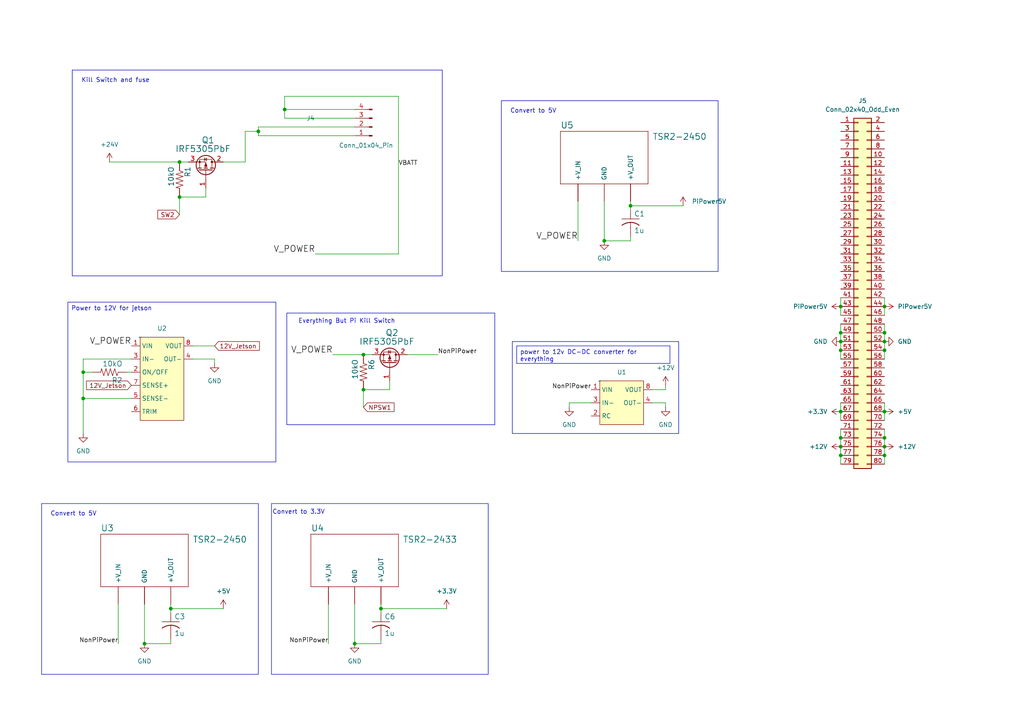
<source format=kicad_sch>
(kicad_sch (version 20250114) (generator "eeschema") (generator_version "9.0")
  (paper "A4")
  (lib_symbols
    (symbol "Connector:Conn_01x04_Pin" (pin_names (offset 1.016) (hide yes))
      (property "Reference" "J" (at 0 5.08 0))
      (property "Value" "Conn_01x04_Pin" (at 0 -7.62 0))
      (symbol "Conn_01x04_Pin_1_1"
        (rectangle (start 0.8636 2.667) (end 0 2.413) (stroke (width 0.1524)) (fill (type outline)))
        (rectangle (start 0.8636 0.127) (end 0 -0.127) (stroke (width 0.1524)) (fill (type outline)))
        (rectangle (start 0.8636 -2.413) (end 0 -2.667) (stroke (width 0.1524)) (fill (type outline)))
        (rectangle (start 0.8636 -4.953) (end 0 -5.207) (stroke (width 0.1524)) (fill (type outline)))
        (polyline (pts (xy 1.27 2.54) (xy 0.8636 2.54)) (stroke (width 0.1524)))
        (polyline (pts (xy 1.27 0) (xy 0.8636 0)) (stroke (width 0.1524)))
        (polyline (pts (xy 1.27 -2.54) (xy 0.8636 -2.54)) (stroke (width 0.1524)))
        (polyline (pts (xy 1.27 -5.08) (xy 0.8636 -5.08)) (stroke (width 0.1524)))
        (pin passive line (at 5.08 2.54 180) (length 3.81) (name "Pin_1") (number "1"))
        (pin passive line (at 5.08 0 180) (length 3.81) (name "Pin_2") (number "2"))
        (pin passive line (at 5.08 -2.54 180) (length 3.81) (name "Pin_3") (number "3"))
        (pin passive line (at 5.08 -5.08 180) (length 3.81) (name "Pin_4") (number "4"))
      )
    )
    (symbol "Connector_Generic:Conn_02x40_Odd_Even" (pin_names (offset 1.016) (hide yes))
      (property "Reference" "J" (at 1.27 50.8 0))
      (property "Value" "Conn_02x40_Odd_Even" (at 1.27 -53.34 0))
      (symbol "Conn_02x40_Odd_Even_1_1"
        (rectangle (start -1.27 49.53) (end 3.81 -52.07) (stroke (width 0.254)) (fill (type background)))
        (rectangle (start -1.27 48.387) (end 0 48.133) (stroke (width 0.1524)))
        (rectangle (start -1.27 45.847) (end 0 45.593) (stroke (width 0.1524)))
        (rectangle (start -1.27 43.307) (end 0 43.053) (stroke (width 0.1524)))
        (rectangle (start -1.27 40.767) (end 0 40.513) (stroke (width 0.1524)))
        (rectangle (start -1.27 38.227) (end 0 37.973) (stroke (width 0.1524)))
        (rectangle (start -1.27 35.687) (end 0 35.433) (stroke (width 0.1524)))
        (rectangle (start -1.27 33.147) (end 0 32.893) (stroke (width 0.1524)))
        (rectangle (start -1.27 30.607) (end 0 30.353) (stroke (width 0.1524)))
        (rectangle (start -1.27 28.067) (end 0 27.813) (stroke (width 0.1524)))
        (rectangle (start -1.27 25.527) (end 0 25.273) (stroke (width 0.1524)))
        (rectangle (start -1.27 22.987) (end 0 22.733) (stroke (width 0.1524)))
        (rectangle (start -1.27 20.447) (end 0 20.193) (stroke (width 0.1524)))
        (rectangle (start -1.27 17.907) (end 0 17.653) (stroke (width 0.1524)))
        (rectangle (start -1.27 15.367) (end 0 15.113) (stroke (width 0.1524)))
        (rectangle (start -1.27 12.827) (end 0 12.573) (stroke (width 0.1524)))
        (rectangle (start -1.27 10.287) (end 0 10.033) (stroke (width 0.1524)))
        (rectangle (start -1.27 7.747) (end 0 7.493) (stroke (width 0.1524)))
        (rectangle (start -1.27 5.207) (end 0 4.953) (stroke (width 0.1524)))
        (rectangle (start -1.27 2.667) (end 0 2.413) (stroke (width 0.1524)))
        (rectangle (start -1.27 0.127) (end 0 -0.127) (stroke (width 0.1524)))
        (rectangle (start -1.27 -2.413) (end 0 -2.667) (stroke (width 0.1524)))
        (rectangle (start -1.27 -4.953) (end 0 -5.207) (stroke (width 0.1524)))
        (rectangle (start -1.27 -7.493) (end 0 -7.747) (stroke (width 0.1524)))
        (rectangle (start -1.27 -10.033) (end 0 -10.287) (stroke (width 0.1524)))
        (rectangle (start -1.27 -12.573) (end 0 -12.827) (stroke (width 0.1524)))
        (rectangle (start -1.27 -15.113) (end 0 -15.367) (stroke (width 0.1524)))
        (rectangle (start -1.27 -17.653) (end 0 -17.907) (stroke (width 0.1524)))
        (rectangle (start -1.27 -20.193) (end 0 -20.447) (stroke (width 0.1524)))
        (rectangle (start -1.27 -22.733) (end 0 -22.987) (stroke (width 0.1524)))
        (rectangle (start -1.27 -25.273) (end 0 -25.527) (stroke (width 0.1524)))
        (rectangle (start -1.27 -27.813) (end 0 -28.067) (stroke (width 0.1524)))
        (rectangle (start -1.27 -30.353) (end 0 -30.607) (stroke (width 0.1524)))
        (rectangle (start -1.27 -32.893) (end 0 -33.147) (stroke (width 0.1524)))
        (rectangle (start -1.27 -35.433) (end 0 -35.687) (stroke (width 0.1524)))
        (rectangle (start -1.27 -37.973) (end 0 -38.227) (stroke (width 0.1524)))
        (rectangle (start -1.27 -40.513) (end 0 -40.767) (stroke (width 0.1524)))
        (rectangle (start -1.27 -43.053) (end 0 -43.307) (stroke (width 0.1524)))
        (rectangle (start -1.27 -45.593) (end 0 -45.847) (stroke (width 0.1524)))
        (rectangle (start -1.27 -48.133) (end 0 -48.387) (stroke (width 0.1524)))
        (rectangle (start -1.27 -50.673) (end 0 -50.927) (stroke (width 0.1524)))
        (rectangle (start 3.81 48.387) (end 2.54 48.133) (stroke (width 0.1524)))
        (rectangle (start 3.81 45.847) (end 2.54 45.593) (stroke (width 0.1524)))
        (rectangle (start 3.81 43.307) (end 2.54 43.053) (stroke (width 0.1524)))
        (rectangle (start 3.81 40.767) (end 2.54 40.513) (stroke (width 0.1524)))
        (rectangle (start 3.81 38.227) (end 2.54 37.973) (stroke (width 0.1524)))
        (rectangle (start 3.81 35.687) (end 2.54 35.433) (stroke (width 0.1524)))
        (rectangle (start 3.81 33.147) (end 2.54 32.893) (stroke (width 0.1524)))
        (rectangle (start 3.81 30.607) (end 2.54 30.353) (stroke (width 0.1524)))
        (rectangle (start 3.81 28.067) (end 2.54 27.813) (stroke (width 0.1524)))
        (rectangle (start 3.81 25.527) (end 2.54 25.273) (stroke (width 0.1524)))
        (rectangle (start 3.81 22.987) (end 2.54 22.733) (stroke (width 0.1524)))
        (rectangle (start 3.81 20.447) (end 2.54 20.193) (stroke (width 0.1524)))
        (rectangle (start 3.81 17.907) (end 2.54 17.653) (stroke (width 0.1524)))
        (rectangle (start 3.81 15.367) (end 2.54 15.113) (stroke (width 0.1524)))
        (rectangle (start 3.81 12.827) (end 2.54 12.573) (stroke (width 0.1524)))
        (rectangle (start 3.81 10.287) (end 2.54 10.033) (stroke (width 0.1524)))
        (rectangle (start 3.81 7.747) (end 2.54 7.493) (stroke (width 0.1524)))
        (rectangle (start 3.81 5.207) (end 2.54 4.953) (stroke (width 0.1524)))
        (rectangle (start 3.81 2.667) (end 2.54 2.413) (stroke (width 0.1524)))
        (rectangle (start 3.81 0.127) (end 2.54 -0.127) (stroke (width 0.1524)))
        (rectangle (start 3.81 -2.413) (end 2.54 -2.667) (stroke (width 0.1524)))
        (rectangle (start 3.81 -4.953) (end 2.54 -5.207) (stroke (width 0.1524)))
        (rectangle (start 3.81 -7.493) (end 2.54 -7.747) (stroke (width 0.1524)))
        (rectangle (start 3.81 -10.033) (end 2.54 -10.287) (stroke (width 0.1524)))
        (rectangle (start 3.81 -12.573) (end 2.54 -12.827) (stroke (width 0.1524)))
        (rectangle (start 3.81 -15.113) (end 2.54 -15.367) (stroke (width 0.1524)))
        (rectangle (start 3.81 -17.653) (end 2.54 -17.907) (stroke (width 0.1524)))
        (rectangle (start 3.81 -20.193) (end 2.54 -20.447) (stroke (width 0.1524)))
        (rectangle (start 3.81 -22.733) (end 2.54 -22.987) (stroke (width 0.1524)))
        (rectangle (start 3.81 -25.273) (end 2.54 -25.527) (stroke (width 0.1524)))
        (rectangle (start 3.81 -27.813) (end 2.54 -28.067) (stroke (width 0.1524)))
        (rectangle (start 3.81 -30.353) (end 2.54 -30.607) (stroke (width 0.1524)))
        (rectangle (start 3.81 -32.893) (end 2.54 -33.147) (stroke (width 0.1524)))
        (rectangle (start 3.81 -35.433) (end 2.54 -35.687) (stroke (width 0.1524)))
        (rectangle (start 3.81 -37.973) (end 2.54 -38.227) (stroke (width 0.1524)))
        (rectangle (start 3.81 -40.513) (end 2.54 -40.767) (stroke (width 0.1524)))
        (rectangle (start 3.81 -43.053) (end 2.54 -43.307) (stroke (width 0.1524)))
        (rectangle (start 3.81 -45.593) (end 2.54 -45.847) (stroke (width 0.1524)))
        (rectangle (start 3.81 -48.133) (end 2.54 -48.387) (stroke (width 0.1524)))
        (rectangle (start 3.81 -50.673) (end 2.54 -50.927) (stroke (width 0.1524)))
        (pin passive line (at -5.08 48.26 0) (length 3.81) (name "Pin_1") (number "1"))
        (pin passive line (at -5.08 45.72 0) (length 3.81) (name "Pin_3") (number "3"))
        (pin passive line (at -5.08 43.18 0) (length 3.81) (name "Pin_5") (number "5"))
        (pin passive line (at -5.08 40.64 0) (length 3.81) (name "Pin_7") (number "7"))
        (pin passive line (at -5.08 38.1 0) (length 3.81) (name "Pin_9") (number "9"))
        (pin passive line (at -5.08 35.56 0) (length 3.81) (name "Pin_11") (number "11"))
        (pin passive line (at -5.08 33.02 0) (length 3.81) (name "Pin_13") (number "13"))
        (pin passive line (at -5.08 30.48 0) (length 3.81) (name "Pin_15") (number "15"))
        (pin passive line (at -5.08 27.94 0) (length 3.81) (name "Pin_17") (number "17"))
        (pin passive line (at -5.08 25.4 0) (length 3.81) (name "Pin_19") (number "19"))
        (pin passive line (at -5.08 22.86 0) (length 3.81) (name "Pin_21") (number "21"))
        (pin passive line (at -5.08 20.32 0) (length 3.81) (name "Pin_23") (number "23"))
        (pin passive line (at -5.08 17.78 0) (length 3.81) (name "Pin_25") (number "25"))
        (pin passive line (at -5.08 15.24 0) (length 3.81) (name "Pin_27") (number "27"))
        (pin passive line (at -5.08 12.7 0) (length 3.81) (name "Pin_29") (number "29"))
        (pin passive line (at -5.08 10.16 0) (length 3.81) (name "Pin_31") (number "31"))
        (pin passive line (at -5.08 7.62 0) (length 3.81) (name "Pin_33") (number "33"))
        (pin passive line (at -5.08 5.08 0) (length 3.81) (name "Pin_35") (number "35"))
        (pin passive line (at -5.08 2.54 0) (length 3.81) (name "Pin_37") (number "37"))
        (pin passive line (at -5.08 0 0) (length 3.81) (name "Pin_39") (number "39"))
        (pin passive line (at -5.08 -2.54 0) (length 3.81) (name "Pin_41") (number "41"))
        (pin passive line (at -5.08 -5.08 0) (length 3.81) (name "Pin_43") (number "43"))
        (pin passive line (at -5.08 -7.62 0) (length 3.81) (name "Pin_45") (number "45"))
        (pin passive line (at -5.08 -10.16 0) (length 3.81) (name "Pin_47") (number "47"))
        (pin passive line (at -5.08 -12.7 0) (length 3.81) (name "Pin_49") (number "49"))
        (pin passive line (at -5.08 -15.24 0) (length 3.81) (name "Pin_51") (number "51"))
        (pin passive line (at -5.08 -17.78 0) (length 3.81) (name "Pin_53") (number "53"))
        (pin passive line (at -5.08 -20.32 0) (length 3.81) (name "Pin_55") (number "55"))
        (pin passive line (at -5.08 -22.86 0) (length 3.81) (name "Pin_57") (number "57"))
        (pin passive line (at -5.08 -25.4 0) (length 3.81) (name "Pin_59") (number "59"))
        (pin passive line (at -5.08 -27.94 0) (length 3.81) (name "Pin_61") (number "61"))
        (pin passive line (at -5.08 -30.48 0) (length 3.81) (name "Pin_63") (number "63"))
        (pin passive line (at -5.08 -33.02 0) (length 3.81) (name "Pin_65") (number "65"))
        (pin passive line (at -5.08 -35.56 0) (length 3.81) (name "Pin_67") (number "67"))
        (pin passive line (at -5.08 -38.1 0) (length 3.81) (name "Pin_69") (number "69"))
        (pin passive line (at -5.08 -40.64 0) (length 3.81) (name "Pin_71") (number "71"))
        (pin passive line (at -5.08 -43.18 0) (length 3.81) (name "Pin_73") (number "73"))
        (pin passive line (at -5.08 -45.72 0) (length 3.81) (name "Pin_75") (number "75"))
        (pin passive line (at -5.08 -48.26 0) (length 3.81) (name "Pin_77") (number "77"))
        (pin passive line (at -5.08 -50.8 0) (length 3.81) (name "Pin_79") (number "79"))
        (pin passive line (at 7.62 48.26 180) (length 3.81) (name "Pin_2") (number "2"))
        (pin passive line (at 7.62 45.72 180) (length 3.81) (name "Pin_4") (number "4"))
        (pin passive line (at 7.62 43.18 180) (length 3.81) (name "Pin_6") (number "6"))
        (pin passive line (at 7.62 40.64 180) (length 3.81) (name "Pin_8") (number "8"))
        (pin passive line (at 7.62 38.1 180) (length 3.81) (name "Pin_10") (number "10"))
        (pin passive line (at 7.62 35.56 180) (length 3.81) (name "Pin_12") (number "12"))
        (pin passive line (at 7.62 33.02 180) (length 3.81) (name "Pin_14") (number "14"))
        (pin passive line (at 7.62 30.48 180) (length 3.81) (name "Pin_16") (number "16"))
        (pin passive line (at 7.62 27.94 180) (length 3.81) (name "Pin_18") (number "18"))
        (pin passive line (at 7.62 25.4 180) (length 3.81) (name "Pin_20") (number "20"))
        (pin passive line (at 7.62 22.86 180) (length 3.81) (name "Pin_22") (number "22"))
        (pin passive line (at 7.62 20.32 180) (length 3.81) (name "Pin_24") (number "24"))
        (pin passive line (at 7.62 17.78 180) (length 3.81) (name "Pin_26") (number "26"))
        (pin passive line (at 7.62 15.24 180) (length 3.81) (name "Pin_28") (number "28"))
        (pin passive line (at 7.62 12.7 180) (length 3.81) (name "Pin_30") (number "30"))
        (pin passive line (at 7.62 10.16 180) (length 3.81) (name "Pin_32") (number "32"))
        (pin passive line (at 7.62 7.62 180) (length 3.81) (name "Pin_34") (number "34"))
        (pin passive line (at 7.62 5.08 180) (length 3.81) (name "Pin_36") (number "36"))
        (pin passive line (at 7.62 2.54 180) (length 3.81) (name "Pin_38") (number "38"))
        (pin passive line (at 7.62 0 180) (length 3.81) (name "Pin_40") (number "40"))
        (pin passive line (at 7.62 -2.54 180) (length 3.81) (name "Pin_42") (number "42"))
        (pin passive line (at 7.62 -5.08 180) (length 3.81) (name "Pin_44") (number "44"))
        (pin passive line (at 7.62 -7.62 180) (length 3.81) (name "Pin_46") (number "46"))
        (pin passive line (at 7.62 -10.16 180) (length 3.81) (name "Pin_48") (number "48"))
        (pin passive line (at 7.62 -12.7 180) (length 3.81) (name "Pin_50") (number "50"))
        (pin passive line (at 7.62 -15.24 180) (length 3.81) (name "Pin_52") (number "52"))
        (pin passive line (at 7.62 -17.78 180) (length 3.81) (name "Pin_54") (number "54"))
        (pin passive line (at 7.62 -20.32 180) (length 3.81) (name "Pin_56") (number "56"))
        (pin passive line (at 7.62 -22.86 180) (length 3.81) (name "Pin_58") (number "58"))
        (pin passive line (at 7.62 -25.4 180) (length 3.81) (name "Pin_60") (number "60"))
        (pin passive line (at 7.62 -27.94 180) (length 3.81) (name "Pin_62") (number "62"))
        (pin passive line (at 7.62 -30.48 180) (length 3.81) (name "Pin_64") (number "64"))
        (pin passive line (at 7.62 -33.02 180) (length 3.81) (name "Pin_66") (number "66"))
        (pin passive line (at 7.62 -35.56 180) (length 3.81) (name "Pin_68") (number "68"))
        (pin passive line (at 7.62 -38.1 180) (length 3.81) (name "Pin_70") (number "70"))
        (pin passive line (at 7.62 -40.64 180) (length 3.81) (name "Pin_72") (number "72"))
        (pin passive line (at 7.62 -43.18 180) (length 3.81) (name "Pin_74") (number "74"))
        (pin passive line (at 7.62 -45.72 180) (length 3.81) (name "Pin_76") (number "76"))
        (pin passive line (at 7.62 -48.26 180) (length 3.81) (name "Pin_78") (number "78"))
        (pin passive line (at 7.62 -50.8 180) (length 3.81) (name "Pin_80") (number "80"))
      )
    )
    (symbol "Custom:EHHD006A0B"
      (property "Reference" "U2" (at 6.35 2.54 0))
      (property "Value" "~" (at 0 0 0))
      (symbol "EHHD006A0B_1_1"
        (rectangle (start 0 0) (end 12.7 -24.13) (fill (type background)))
        (pin power_in line (at -2.54 -2.54 0) (length 2.54) (name "VIN") (number "1"))
        (pin power_in line (at -2.54 -6.35 0) (length 2.54) (name "IN-") (number "3"))
        (pin input line (at -2.54 -10.16 0) (length 2.54) (name "ON/OFF") (number "2"))
        (pin input line (at -2.54 -13.97 0) (length 2.54) (name "SENSE+") (number "7"))
        (pin input line (at -2.54 -17.78 0) (length 2.54) (name "SENSE-") (number "5"))
        (pin input line (at -2.54 -21.59 0) (length 2.54) (name "TRIM") (number "6"))
        (pin power_out line (at 15.24 -2.54 180) (length 2.54) (name "VOUT") (number "8"))
        (pin power_out line (at 15.24 -6.35 180) (length 2.54) (name "OUT-") (number "4"))
      )
    )
    (symbol "Custom:PKB2213D"
      (property "Reference" "U1" (at 6.35 2.54 0))
      (property "Value" "~" (at 0 0 0))
      (symbol "PKB2213D_1_1"
        (rectangle (start 0 0) (end 12.7 -12.7) (fill (type background)))
        (pin power_in line (at -2.54 -2.54 0) (length 2.54) (name "VIN") (number "1"))
        (pin power_in line (at -2.54 -6.35 0) (length 2.54) (name "IN-") (number "3"))
        (pin input line (at -2.54 -10.16 0) (length 2.54) (name "RC") (number "2"))
        (pin power_out line (at 15.24 -2.54 180) (length 2.54) (name "VOUT") (number "8"))
        (pin power_out line (at 15.24 -6.35 180) (length 2.54) (name "OUT-") (number "4"))
      )
    )
    (symbol "GND_1" (power) (pin_numbers (hide yes)) (pin_names (offset 0) (hide yes))
      (property "Value" "GND" (at 0 -3.81 0))
      (symbol "GND_1_0_1"
        (polyline (pts (xy 0 0) (xy 0 -1.27) (xy 1.27 -1.27) (xy 0 -2.54) (xy -1.27 -1.27) (xy 0 -1.27)))
      )
      (symbol "GND_1_1_1"
        (pin power_in line (at 0 0 270) (length 0) (name "~") (number "1"))
      )
    )
    (symbol "PowerboardRev5-eagle-import:C-USC0805" (pin_names (offset 1.016))
      (property "Reference" "C" (at 1.016 0.635 0))
      (property "Value" "C-USC0805" (at 1.016 -4.191 0))
      (symbol "C-USC0805_1_0"
        (polyline (pts (xy -2.54 0) (xy 2.54 0)))
        (arc (start 0 -0.9906) (mid 1.3163 -1.2156) (end 2.4892 -1.8542) (stroke (width 0.254)))
        (polyline (pts (xy 0 -1.016) (xy 0 -2.54)))
        (arc (start -2.4638 -1.8288) (mid -1.2956 -1.2294) (end 0 -1.016) (stroke (width 0.254)))
        (pin passive line (at 0 2.54 270) (length 2.54) (name "1") (number "1"))
        (pin passive line (at 0 -5.08 90) (length 2.54) (name "2") (number "2"))
      )
    )
    (symbol "PowerboardRev5-eagle-import:R-US_R0805" (pin_names (offset 1.016))
      (property "Reference" "R" (at -3.81 1.4986 0))
      (property "Value" "R-US_R0805" (at -3.81 -3.302 0))
      (symbol "R-US_R0805_1_0"
        (polyline (pts (xy -2.54 0) (xy -2.159 1.016)))
        (polyline (pts (xy -2.159 1.016) (xy -1.524 -1.016)))
        (polyline (pts (xy -1.524 -1.016) (xy -0.889 1.016)))
        (polyline (pts (xy -0.889 1.016) (xy -0.254 -1.016)))
        (polyline (pts (xy -0.254 -1.016) (xy 0.381 1.016)))
        (polyline (pts (xy 0.381 1.016) (xy 1.016 -1.016)))
        (polyline (pts (xy 1.016 -1.016) (xy 1.651 1.016)))
        (polyline (pts (xy 1.651 1.016) (xy 2.286 -1.016)))
        (polyline (pts (xy 2.286 -1.016) (xy 2.54 0)))
        (pin passive line (at -5.08 0 0) (length 2.54) (name "1") (number "1"))
        (pin passive line (at 5.08 0 180) (length 2.54) (name "2") (number "2"))
      )
    )
    (symbol "PowerboardRev5-eagle-import:TSR2-2450" (pin_names (offset 1.016))
      (property "Reference" "U" (at -12.7 8.382 0))
      (property "Value" "TSR2-2450" (at 5.08 8.382 0))
      (symbol "TSR2-2450_1_0"
        (polyline (pts (xy -12.7 7.62) (xy 12.7 7.62)))
        (polyline (pts (xy -12.7 -7.62) (xy -12.7 7.62)))
        (polyline (pts (xy 12.7 7.62) (xy 12.7 -7.62)))
        (polyline (pts (xy 12.7 -7.62) (xy -12.7 -7.62)))
        (pin power_in line (at -7.62 -12.7 90) (length 5.08) (name "+V_IN") (number "1"))
        (pin power_in line (at 0 -12.7 90) (length 5.08) (name "GND") (number "2"))
        (pin power_in line (at 7.62 -12.7 90) (length 5.08) (name "+V_OUT") (number "3"))
      )
    )
    (symbol "Transistor_FET:FQP27P06" (pin_names (hide yes))
      (property "Reference" "Q" (at 5.08 1.905 0))
      (property "Value" "FQP27P06" (at 5.08 0 0))
      (symbol "FQP27P06_0_1"
        (polyline (pts (xy 0.254 1.905) (xy 0.254 -1.905)) (stroke (width 0.254)))
        (polyline (pts (xy 0.254 0) (xy -2.54 0)))
        (polyline (pts (xy 0.762 2.286) (xy 0.762 1.27)) (stroke (width 0.254)))
        (polyline (pts (xy 0.762 1.778) (xy 3.302 1.778) (xy 3.302 -1.778) (xy 0.762 -1.778)))
        (polyline (pts (xy 0.762 0.508) (xy 0.762 -0.508)) (stroke (width 0.254)))
        (polyline (pts (xy 0.762 -1.27) (xy 0.762 -2.286)) (stroke (width 0.254)))
        (circle (center 1.651 0) (radius 2.794) (stroke (width 0.254)))
        (polyline (pts (xy 2.286 0) (xy 1.27 0.381) (xy 1.27 -0.381) (xy 2.286 0)) (fill (type outline)))
        (polyline (pts (xy 2.54 2.54) (xy 2.54 1.778)))
        (circle (center 2.54 1.778) (radius 0.254) (fill (type outline)))
        (circle (center 2.54 -1.778) (radius 0.254) (fill (type outline)))
        (polyline (pts (xy 2.54 -2.54) (xy 2.54 0) (xy 0.762 0)))
        (polyline (pts (xy 2.794 -0.508) (xy 2.921 -0.381) (xy 3.683 -0.381) (xy 3.81 -0.254)))
        (polyline (pts (xy 3.302 -0.381) (xy 2.921 0.254) (xy 3.683 0.254) (xy 3.302 -0.381)))
      )
      (symbol "FQP27P06_1_1"
        (pin input line (at -5.08 0 0) (length 2.54) (name "G") (number "1"))
        (pin passive line (at 2.54 5.08 270) (length 2.54) (name "D") (number "2"))
        (pin passive line (at 2.54 -5.08 90) (length 2.54) (name "S") (number "3"))
      )
    )
    (symbol "power:+12V" (power) (pin_names (offset 0))
      (property "Value" "+12V" (at 0 3.556 0))
      (symbol "+12V_0_1"
        (polyline (pts (xy -0.762 1.27) (xy 0 2.54)))
        (polyline (pts (xy 0 2.54) (xy 0.762 1.27)))
        (polyline (pts (xy 0 0) (xy 0 2.54)))
      )
      (symbol "+12V_1_1"
        (pin power_in line (at 0 0 90) (length 0) (hide yes) (name "+12V") (number "1"))
      )
    )
    (symbol "power:+24V" (power) (pin_names (offset 0))
      (property "Value" "+24V" (at 0 3.556 0))
      (symbol "+24V_0_1"
        (polyline (pts (xy -0.762 1.27) (xy 0 2.54)))
        (polyline (pts (xy 0 2.54) (xy 0.762 1.27)))
        (polyline (pts (xy 0 0) (xy 0 2.54)))
      )
      (symbol "+24V_1_1"
        (pin power_in line (at 0 0 90) (length 0) (hide yes) (name "+24V") (number "1"))
      )
    )
    (symbol "power:+3.3V" (power) (pin_names (offset 0))
      (property "Value" "+3.3V" (at 0 3.556 0))
      (symbol "+3.3V_0_1"
        (polyline (pts (xy -0.762 1.27) (xy 0 2.54)))
        (polyline (pts (xy 0 2.54) (xy 0.762 1.27)))
        (polyline (pts (xy 0 0) (xy 0 2.54)))
      )
      (symbol "+3.3V_1_1"
        (pin power_in line (at 0 0 90) (length 0) (hide yes) (name "+3.3V") (number "1"))
      )
    )
    (symbol "power:+5V" (power) (pin_names (offset 0))
      (property "Value" "+5V" (at 0 3.556 0))
      (symbol "+5V_0_1"
        (polyline (pts (xy -0.762 1.27) (xy 0 2.54)))
        (polyline (pts (xy 0 2.54) (xy 0.762 1.27)))
        (polyline (pts (xy 0 0) (xy 0 2.54)))
      )
      (symbol "+5V_1_1"
        (pin power_in line (at 0 0 90) (length 0) (hide yes) (name "+5V") (number "1"))
      )
    )
    (symbol "power:GND" (power) (pin_names (offset 0))
      (property "Value" "GND" (at 0 -3.81 0))
      (symbol "GND_0_1"
        (polyline (pts (xy 0 0) (xy 0 -1.27) (xy 1.27 -1.27) (xy 0 -2.54) (xy -1.27 -1.27) (xy 0 -1.27)))
      )
      (symbol "GND_1_1"
        (pin power_in line (at 0 0 270) (length 0) (hide yes) (name "GND") (number "1"))
      )
    )
  )
  (rectangle (start 83.185 90.805) (end 143.51 123.19))
  (rectangle (start 12.065 146.05) (end 74.93 195.58))
  (rectangle (start 78.74 146.05) (end 141.605 195.58))
  (rectangle (start 20.955 20.32) (end 128.27 80.01))
  (rectangle (start 145.415 29.21) (end 208.28 78.74))
  (rectangle (start 148.59 99.06) (end 196.85 125.73))
  (text "Convert to 3.3V\n" (at 86.614 148.59 0) (effects (font (size 1.27 1.27))))
  (text "Kill Switch and fuse" (at 33.528 23.368 0) (effects (font (size 1.27 1.27))))
  (text "Convert to 5V\n" (at 21.336 149.098 0) (effects (font (size 1.27 1.27))))
  (text "Convert to 5V\n" (at 154.686 32.258 0) (effects (font (size 1.27 1.27))))
  (text "Everything But Pi Kill Switch" (at 100.584 93.218 0) (effects (font (size 1.27 1.27))))
  (text_box "power to 12v DC-DC converter for everything" (at 149.86 100.33 0) (size 44.45 5.08) (margins 0.9525 0.9525 0.9525 0.9525) (effects (font (size 1.27 1.27)) (justify left top)))
  (text_box "Power to 12V for jetson\n" (at 19.685 87.63 0) (size 60.325 46.355) (margins 0.9525 0.9525 0.9525 0.9525) (effects (font (size 1.27 1.27)) (justify left top)))
  (junction (at 24.13 107.95))
  (junction (at 256.54 132.08))
  (junction (at 256.54 101.6))
  (junction (at 182.88 59.69))
  (junction (at 82.55 31.75))
  (junction (at 110.49 176.53))
  (junction (at 41.91 186.69))
  (junction (at 256.54 88.9))
  (junction (at 243.84 88.9))
  (junction (at 243.84 101.6))
  (junction (at 105.41 102.87))
  (junction (at 243.84 132.08))
  (junction (at 243.84 96.52))
  (junction (at 105.41 113.03))
  (junction (at 52.07 57.15))
  (junction (at 102.87 186.69))
  (junction (at 24.13 115.57))
  (junction (at 243.84 119.38))
  (junction (at 256.54 119.38))
  (junction (at 256.54 99.06))
  (junction (at 256.54 129.54))
  (junction (at 256.54 127))
  (junction (at 243.84 99.06))
  (junction (at 256.54 96.52))
  (junction (at 49.53 176.53))
  (junction (at 243.84 127))
  (junction (at 74.93 38.1))
  (junction (at 175.26 69.85))
  (junction (at 52.07 46.99))
  (junction (at 243.84 129.54))
  (wire (pts (xy 105.41 113.03) (xy 105.41 118.11)))
  (wire (pts (xy 243.84 124.46) (xy 243.84 127)))
  (wire (pts (xy 243.84 127) (xy 243.84 129.54)))
  (wire (pts (xy 24.13 104.14) (xy 38.1 104.14)))
  (wire (pts (xy 74.93 36.83) (xy 102.87 36.83)))
  (wire (pts (xy 243.84 86.36) (xy 243.84 88.9)))
  (wire (pts (xy 24.13 107.95) (xy 26.67 107.95)))
  (wire (pts (xy 175.26 69.85) (xy 175.26 58.42)))
  (wire (pts (xy 243.84 93.98) (xy 243.84 96.52)))
  (wire (pts (xy 74.93 36.83) (xy 74.93 38.1)))
  (wire (pts (xy 167.64 69.85) (xy 167.64 58.42)))
  (wire (pts (xy 71.12 38.1) (xy 74.93 38.1)))
  (wire (pts (xy 243.84 132.08) (xy 243.84 134.62)))
  (wire (pts (xy 62.23 104.14) (xy 62.23 105.41)))
  (wire (pts (xy 49.53 175.26) (xy 49.53 176.53)))
  (wire (pts (xy 52.07 46.99) (xy 54.61 46.99)))
  (wire (pts (xy 24.13 107.95) (xy 24.13 104.14)))
  (wire (pts (xy 74.93 39.37) (xy 102.87 39.37)))
  (wire (pts (xy 256.54 127) (xy 256.54 129.54)))
  (wire (pts (xy 24.13 115.57) (xy 24.13 125.73)))
  (wire (pts (xy 49.53 186.69) (xy 41.91 186.69)))
  (wire (pts (xy 189.23 113.03) (xy 193.04 113.03)))
  (wire (pts (xy 256.54 116.84) (xy 256.54 119.38)))
  (wire (pts (xy 182.88 59.69) (xy 182.88 60.96)))
  (wire (pts (xy 256.54 99.06) (xy 256.54 101.6)))
  (wire (pts (xy 256.54 93.98) (xy 256.54 96.52)))
  (wire (pts (xy 74.93 38.1) (xy 74.93 39.37)))
  (wire (pts (xy 243.84 119.38) (xy 243.84 121.92)))
  (wire (pts (xy 59.69 54.61) (xy 59.69 57.15)))
  (wire (pts (xy 102.87 186.69) (xy 102.87 175.26)))
  (wire (pts (xy 31.75 46.99) (xy 52.07 46.99)))
  (wire (pts (xy 256.54 88.9) (xy 256.54 91.44)))
  (wire (pts (xy 105.41 102.87) (xy 107.95 102.87)))
  (wire (pts (xy 49.53 185.42) (xy 49.53 186.69)))
  (wire (pts (xy 118.11 102.87) (xy 127 102.87)))
  (wire (pts (xy 82.55 27.94) (xy 82.55 31.75)))
  (wire (pts (xy 82.55 31.75) (xy 102.87 31.75)))
  (wire (pts (xy 110.49 175.26) (xy 110.49 176.53)))
  (wire (pts (xy 71.12 38.1) (xy 71.12 46.99)))
  (wire (pts (xy 55.88 104.14) (xy 62.23 104.14)))
  (wire (pts (xy 34.29 186.69) (xy 34.29 175.26)))
  (wire (pts (xy 52.07 57.15) (xy 52.07 62.23)))
  (wire (pts (xy 64.77 46.99) (xy 71.12 46.99)))
  (wire (pts (xy 256.54 129.54) (xy 256.54 132.08)))
  (wire (pts (xy 243.84 88.9) (xy 243.84 91.44)))
  (wire (pts (xy 182.88 58.42) (xy 182.88 59.69)))
  (wire (pts (xy 55.88 100.33) (xy 62.23 100.33)))
  (wire (pts (xy 24.13 115.57) (xy 38.1 115.57)))
  (wire (pts (xy 115.57 27.94) (xy 115.57 73.66)))
  (wire (pts (xy 110.49 185.42) (xy 110.49 186.69)))
  (wire (pts (xy 256.54 124.46) (xy 256.54 127)))
  (wire (pts (xy 256.54 86.36) (xy 256.54 88.9)))
  (wire (pts (xy 82.55 31.75) (xy 82.55 34.29)))
  (wire (pts (xy 36.83 107.95) (xy 38.1 107.95)))
  (wire (pts (xy 24.13 115.57) (xy 24.13 107.95)))
  (wire (pts (xy 41.91 186.69) (xy 41.91 175.26)))
  (wire (pts (xy 95.25 186.69) (xy 95.25 175.26)))
  (wire (pts (xy 82.55 34.29) (xy 102.87 34.29)))
  (wire (pts (xy 52.07 57.15) (xy 59.69 57.15)))
  (wire (pts (xy 182.88 68.58) (xy 182.88 69.85)))
  (wire (pts (xy 49.53 176.53) (xy 49.53 177.8)))
  (wire (pts (xy 189.23 116.84) (xy 193.04 116.84)))
  (wire (pts (xy 256.54 101.6) (xy 256.54 104.14)))
  (wire (pts (xy 182.88 59.69) (xy 198.12 59.69)))
  (wire (pts (xy 115.57 27.94) (xy 82.55 27.94)))
  (wire (pts (xy 256.54 96.52) (xy 256.54 99.06)))
  (wire (pts (xy 243.84 99.06) (xy 243.84 101.6)))
  (wire (pts (xy 110.49 176.53) (xy 110.49 177.8)))
  (wire (pts (xy 243.84 129.54) (xy 243.84 132.08)))
  (wire (pts (xy 91.44 73.66) (xy 115.57 73.66)))
  (wire (pts (xy 96.52 102.87) (xy 105.41 102.87)))
  (wire (pts (xy 243.84 101.6) (xy 243.84 104.14)))
  (wire (pts (xy 193.04 116.84) (xy 193.04 118.11)))
  (wire (pts (xy 105.41 113.03) (xy 113.03 113.03)))
  (wire (pts (xy 243.84 116.84) (xy 243.84 119.38)))
  (wire (pts (xy 110.49 176.53) (xy 129.54 176.53)))
  (wire (pts (xy 193.04 113.03) (xy 193.04 111.76)))
  (wire (pts (xy 110.49 186.69) (xy 102.87 186.69)))
  (wire (pts (xy 49.53 176.53) (xy 64.77 176.53)))
  (wire (pts (xy 165.1 118.11) (xy 165.1 116.84)))
  (wire (pts (xy 113.03 110.49) (xy 113.03 113.03)))
  (wire (pts (xy 165.1 116.84) (xy 171.45 116.84)))
  (wire (pts (xy 182.88 69.85) (xy 175.26 69.85)))
  (wire (pts (xy 243.84 96.52) (xy 243.84 99.06)))
  (wire (pts (xy 256.54 132.08) (xy 256.54 134.62)))
  (wire (pts (xy 256.54 119.38) (xy 256.54 121.92)))
  (label "V_POWER" (at 167.64 69.85 180) (effects (font (size 1.778 1.778))))
  (label "NonPiPower" (at 95.25 186.69 180))
  (label "NonPiPower" (at 34.29 186.69 180))
  (label "V_POWER" (at 38.1 100.33 180) (effects (font (size 1.778 1.778))))
  (label "NonPiPower" (at 127 102.87 0))
  (label "VBATT" (at 115.57 48.26 0))
  (label "V_POWER" (at 91.44 73.66 180) (effects (font (size 1.778 1.778))))
  (label "NonPiPower" (at 171.45 113.03 180))
  (label "V_POWER" (at 96.52 102.87 180) (effects (font (size 1.778 1.778))))
  (global_label "SW2" (shape input) (at 52.07 62.23 180) (property "Intersheetrefs" "${INTERSHEET_REFS}" (effects (hide yes))))
  (global_label "12V_Jetson" (shape input) (at 62.23 100.33 0) (property "Intersheetrefs" "${INTERSHEET_REFS}" (effects (hide yes))))
  (global_label "12V_Jetson" (shape input) (at 38.1 111.76 180) (property "Intersheetrefs" "${INTERSHEET_REFS}" (effects (hide yes))))
  (global_label "NPSW1" (shape input) (at 105.41 118.11 0) (property "Intersheetrefs" "${INTERSHEET_REFS}" (effects (hide yes))))
  (symbol (lib_id "Connector:Conn_01x04_Pin") (at 107.95 36.83 180) (unit 1)
    (property "Reference" "J4" (at 88.9 34.2899 0) (effects (justify right)))
    (property "Value" "Conn_01x04_Pin" (at 98.298 42.164 0) (effects (justify right)))
    (property "Footprint" "Fuse:1.25__FUSECLIPS" (effects (hide yes)))
    (property "Description" "Generic connector, single row, 01x04, script generated" (effects (hide yes)))
  )
  (symbol (lib_id "power:+24V") (at 31.75 46.99 0) (unit 1)
    (property "Reference" "#PWR016" (effects (hide yes)))
    (property "Value" "+24V" (at 31.75 41.91 0))
  )
  (symbol (lib_id "power:+12V") (at 193.04 111.76 0) (unit 1)
    (property "Reference" "#PWR017" (effects (hide yes)))
    (property "Value" "+12V" (at 193.04 106.68 0))
  )
  (symbol (lib_id "PowerboardRev5-eagle-import:TSR2-2450") (at 102.87 162.56 0) (unit 1)
    (property "Reference" "U4" (at 90.17 154.178 0) (effects (font (size 1.778 1.778)) (justify left bottom)))
    (property "Value" "TSR2-2433" (at 116.84 157.48 0) (effects (font (size 1.778 1.778)) (justify left bottom)))
    (property "Footprint" "Custom:TSR2 DC/DC Converter" (effects (hide yes)))
    (property "Datasheet" "https://www.tracopower.com/products/tsr2.pdf" (effects (hide yes)))
  )
  (symbol (lib_name "GND_1") (lib_id "power:GND") (at 256.54 99.06 90) (unit 1)
    (property "Reference" "#PWR09" (effects (hide yes)))
    (property "Value" "GND" (at 260.35 99.0599 90) (effects (justify right)))
    (property "Description" "Power symbol creates a global label with name \"GND\" , ground" (effects (hide yes)))
  )
  (symbol (lib_id "power:+5V") (at 64.77 176.53 0) (unit 1)
    (property "Reference" "#PWR019" (effects (hide yes)))
    (property "Value" "+5V" (at 64.77 171.45 0))
  )
  (symbol (lib_id "power:GND") (at 24.13 125.73 0) (unit 1)
    (property "Reference" "#PWR08" (effects (hide yes)))
    (property "Value" "GND" (at 24.13 130.81 0))
  )
  (symbol (lib_id "power:+3.3V") (at 243.84 119.38 90) (unit 1)
    (property "Reference" "#PWR013" (effects (hide yes)))
    (property "Value" "+3.3V" (at 240.03 119.3799 90) (effects (justify left)))
  )
  (symbol (lib_id "PowerboardRev5-eagle-import:C-USC0805") (at 49.53 180.34 0) (unit 1)
    (property "Reference" "C3" (at 50.546 179.705 0) (effects (font (size 1.4986 1.4986)) (justify left bottom)))
    (property "Value" "1u" (at 50.546 184.531 0) (effects (font (size 1.4986 1.4986)) (justify left bottom)))
    (property "Footprint" "Capacitor_SMD:C_0805_2012Metric_Pad1.18x1.45mm_HandSolder" (effects (hide yes)))
  )
  (symbol (lib_id "power:GND") (at 165.1 118.11 0) (unit 1)
    (property "Reference" "#PWR06" (effects (hide yes)))
    (property "Value" "GND" (at 165.1 123.19 0))
  )
  (symbol (lib_id "power:GND") (at 193.04 118.11 0) (unit 1)
    (property "Reference" "#PWR07" (effects (hide yes)))
    (property "Value" "GND" (at 193.04 123.19 0))
  )
  (symbol (lib_id "power:+5V") (at 198.12 59.69 0) (unit 1)
    (property "Reference" "#PWR02" (effects (hide yes)))
    (property "Value" "PiPower5V" (at 200.66 58.4199 0) (effects (justify left)))
  )
  (symbol (lib_id "power:+5V") (at 256.54 88.9 270) (unit 1)
    (property "Reference" "#PWR04" (effects (hide yes)))
    (property "Value" "PiPower5V" (at 260.35 88.8999 90) (effects (justify left)))
  )
  (symbol (lib_id "power:+12V") (at 256.54 129.54 270) (unit 1)
    (property "Reference" "#PWR012" (effects (hide yes)))
    (property "Value" "+12V" (at 260.35 129.5399 90) (effects (justify left)))
  )
  (symbol (lib_id "Custom:EHHD006A0B") (at 40.64 97.79 0) (unit 1)
    (property "Reference" "U2" (at 46.99 95.25 0))
    (property "Value" "~" (at 40.64 97.79 0))
    (property "Footprint" "Custom:72W_CONV" (effects (hide yes)))
    (property "Datasheet" "https://flexpowermodules.com/resources/fpm-techspec-pkb2213d" (effects (hide yes)))
  )
  (symbol (lib_id "PowerboardRev5-eagle-import:R-US_R0805") (at 105.41 107.95 270) (unit 1)
    (property "Reference" "R6" (at 106.9086 104.14 0) (effects (font (size 1.4986 1.4986)) (justify left bottom)))
    (property "Value" "10kO" (at 102.108 104.14 0) (effects (font (size 1.4986 1.4986)) (justify left bottom)))
    (property "Footprint" "Resistor_SMD:R_0805_2012Metric_Pad1.20x1.40mm_HandSolder" (effects (hide yes)))
  )
  (symbol (lib_id "power:GND") (at 175.26 69.85 0) (unit 1)
    (property "Reference" "#PWR01" (effects (hide yes)))
    (property "Value" "GND" (at 175.26 74.93 0))
  )
  (symbol (lib_id "PowerboardRev5-eagle-import:R-US_R0805") (at 31.75 107.95 180) (unit 1)
    (property "Reference" "R2" (at 35.56 109.4486 0) (effects (font (size 1.4986 1.4986)) (justify left bottom)))
    (property "Value" "10kO" (at 35.56 104.648 0) (effects (font (size 1.4986 1.4986)) (justify left bottom)))
    (property "Footprint" "Resistor_SMD:R_0805_2012Metric_Pad1.20x1.40mm_HandSolder" (effects (hide yes)))
  )
  (symbol (lib_id "PowerboardRev5-eagle-import:C-USC0805") (at 110.49 180.34 0) (unit 1)
    (property "Reference" "C6" (at 111.506 179.705 0) (effects (font (size 1.4986 1.4986)) (justify left bottom)))
    (property "Value" "1u" (at 111.506 184.531 0) (effects (font (size 1.4986 1.4986)) (justify left bottom)))
    (property "Footprint" "Capacitor_SMD:C_0805_2012Metric_Pad1.18x1.45mm_HandSolder" (effects (hide yes)))
  )
  (symbol (lib_id "PowerboardRev5-eagle-import:C-USC0805") (at 182.88 63.5 0) (unit 1)
    (property "Reference" "C1" (at 183.896 62.865 0) (effects (font (size 1.4986 1.4986)) (justify left bottom)))
    (property "Value" "1u" (at 183.896 67.691 0) (effects (font (size 1.4986 1.4986)) (justify left bottom)))
    (property "Footprint" "Capacitor_SMD:C_0805_2012Metric_Pad1.18x1.45mm_HandSolder" (effects (hide yes)))
  )
  (symbol (lib_id "power:GND") (at 102.87 186.69 0) (unit 1)
    (property "Reference" "#PWR014" (effects (hide yes)))
    (property "Value" "GND" (at 102.87 191.77 0))
  )
  (symbol (lib_id "power:GND") (at 62.23 105.41 0) (unit 1)
    (property "Reference" "#PWR010" (effects (hide yes)))
    (property "Value" "GND" (at 62.23 110.49 0))
  )
  (symbol (lib_name "GND_1") (lib_id "power:GND") (at 243.84 99.06 270) (unit 1)
    (property "Reference" "#PWR05" (effects (hide yes)))
    (property "Value" "GND" (at 240.03 99.0599 90) (effects (justify right)))
    (property "Description" "Power symbol creates a global label with name \"GND\" , ground" (effects (hide yes)))
  )
  (symbol (lib_id "power:+5V") (at 243.84 88.9 90) (unit 1)
    (property "Reference" "#PWR03" (effects (hide yes)))
    (property "Value" "PiPower5V" (at 240.03 88.8999 90) (effects (justify left)))
  )
  (symbol (lib_id "power:GND") (at 41.91 186.69 0) (unit 1)
    (property "Reference" "#PWR015" (effects (hide yes)))
    (property "Value" "GND" (at 41.91 191.77 0))
  )
  (symbol (lib_id "PowerboardRev5-eagle-import:TSR2-2450") (at 175.26 45.72 0) (unit 1)
    (property "Reference" "U5" (at 162.56 37.338 0) (effects (font (size 1.778 1.778)) (justify left bottom)))
    (property "Value" "TSR2-2450" (at 189.23 40.64 0) (effects (font (size 1.778 1.778)) (justify left bottom)))
    (property "Footprint" "Custom:TSR2 DC/DC Converter" (effects (hide yes)))
    (property "Datasheet" "https://www.tracopower.com/products/tsr2.pdf" (effects (hide yes)))
  )
  (symbol (lib_id "PowerboardRev5-eagle-import:TSR2-2450") (at 41.91 162.56 0) (unit 1)
    (property "Reference" "U3" (at 29.21 154.178 0) (effects (font (size 1.778 1.778)) (justify left bottom)))
    (property "Value" "TSR2-2450" (at 55.88 157.48 0) (effects (font (size 1.778 1.778)) (justify left bottom)))
    (property "Footprint" "Custom:TSR2 DC/DC Converter" (effects (hide yes)))
    (property "Datasheet" "https://www.tracopower.com/products/tsr2.pdf" (effects (hide yes)))
  )
  (symbol (lib_id "power:+12V") (at 243.84 129.54 90) (unit 1)
    (property "Reference" "#PWR011" (effects (hide yes)))
    (property "Value" "+12V" (at 240.03 129.5399 90) (effects (justify left)))
  )
  (symbol (lib_id "Transistor_FET:FQP27P06") (at 113.03 105.41 270) (mirror x) (unit 1)
    (property "Reference" "Q2" (at 111.76 96.52 90) (effects (font (size 1.778 1.778)) (justify left)))
    (property "Value" "IRF5305PbF" (at 104.14 99.06 90) (effects (font (size 1.778 1.778)) (justify left)))
    (property "Footprint" "Package_TO_SOT_THT:TO-220-3_Vertical" (effects (hide yes)))
    (property "Datasheet" "https://www.infineon.com/assets/row/public/documents/24/49/infineon-irf5305-datasheet-en.pdf?fileId=5546d462533600a4015355e370101993" (effects (hide yes)))
  )
  (symbol (lib_id "Transistor_FET:FQP27P06") (at 59.69 49.53 270) (mirror x) (unit 1)
    (property "Reference" "Q1" (at 58.42 40.64 90) (effects (font (size 1.778 1.778)) (justify left)))
    (property "Value" "IRF5305PbF" (at 50.8 43.18 90) (effects (font (size 1.778 1.778)) (justify left)))
    (property "Footprint" "Package_TO_SOT_THT:TO-220-3_Vertical" (effects (hide yes)))
    (property "Datasheet" "https://www.infineon.com/assets/row/public/documents/24/49/infineon-irf5305-datasheet-en.pdf?fileId=5546d462533600a4015355e370101993" (effects (hide yes)))
  )
  (symbol (lib_id "PowerboardRev5-eagle-import:R-US_R0805") (at 52.07 52.07 270) (unit 1)
    (property "Reference" "R1" (at 53.5686 48.26 0) (effects (font (size 1.4986 1.4986)) (justify left bottom)))
    (property "Value" "10kO" (at 48.768 48.26 0) (effects (font (size 1.4986 1.4986)) (justify left bottom)))
    (property "Footprint" "Resistor_SMD:R_0805_2012Metric_Pad1.20x1.40mm_HandSolder" (effects (hide yes)))
  )
  (symbol (lib_id "Custom:PKB2213D") (at 173.99 110.49 0) (unit 1)
    (property "Reference" "U1" (at 180.34 107.95 0))
    (property "Value" "~" (at 173.99 110.49 0))
    (property "Footprint" "Custom:240W_CONV" (effects (hide yes)))
  )
  (symbol (lib_id "power:+3.3V") (at 129.54 176.53 0) (unit 1)
    (property "Reference" "#PWR020" (effects (hide yes)))
    (property "Value" "+3.3V" (at 129.54 171.45 0))
  )
  (symbol (lib_id "power:+5V") (at 256.54 119.38 270) (unit 1)
    (property "Reference" "#PWR018" (effects (hide yes)))
    (property "Value" "+5V" (at 260.35 119.3799 90) (effects (justify left)))
  )
  (symbol (lib_id "Connector_Generic:Conn_02x40_Odd_Even") (at 248.92 83.82 0) (unit 1)
    (property "Reference" "J5" (at 250.19 29.21 0))
    (property "Value" "Conn_02x40_Odd_Even" (at 250.19 31.75 0))
    (property "Footprint" "Samtec Custom:Samtec_HLE-140-02-L-DV-PE_2x40_P2.54mm_Horizontal" (effects (hide yes)))
    (property "Description" "Generic connector, double row, 02x40, odd/even pin numbering scheme (row 1 odd numbers, row 2 even numbers), script generated (kicad-library-utils/schlib/autogen/connector/)" (effects (hide yes)))
  )
)
</source>
